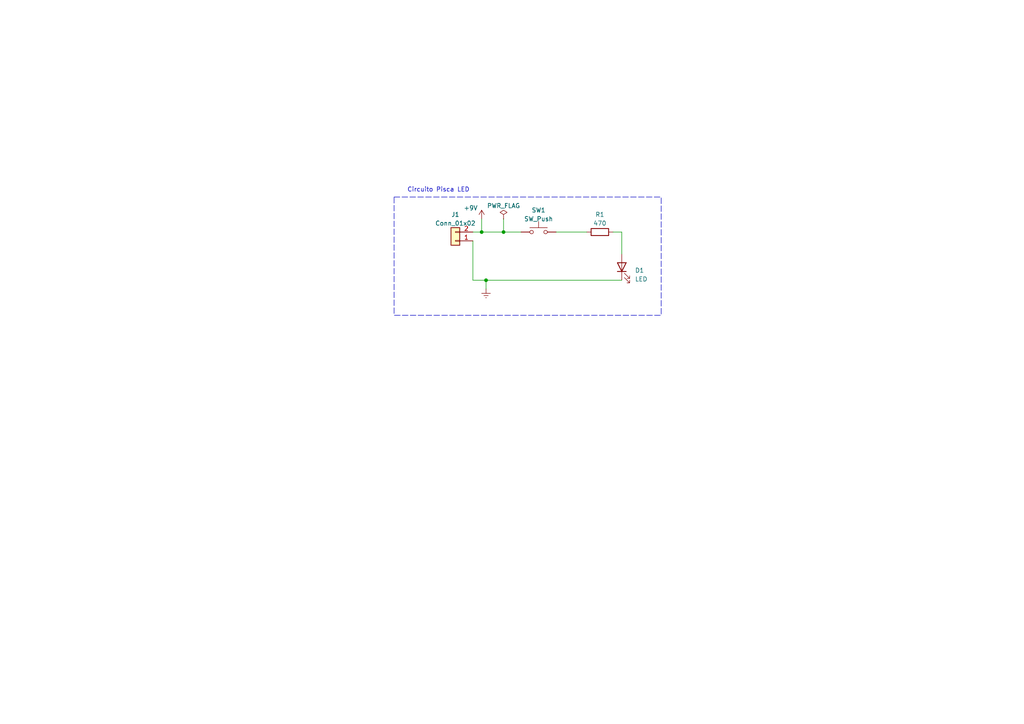
<source format=kicad_sch>
(kicad_sch (version 20230121) (generator eeschema)
  (paper "A4")
  (title_block (title "Projeto Pisca LED") (date "2023-12-27") (company "IFSP-GRU") (comment 1 "Israel R. Dutra"))
  (lib_symbols
    (symbol "Connector_Generic:Conn_01x02" (pin_names (offset 1.016) hide)
      (property "Reference" "J" (at 0 2.54 0))
      (property "Value" "Conn_01x02" (at 0 -5.08 0))
      (symbol "Conn_01x02_1_1"
        (rectangle (start -1.27 -2.413) (end 0 -2.667) (stroke (width 0.1524)))
        (rectangle (start -1.27 0.127) (end 0 -0.127) (stroke (width 0.1524)))
        (rectangle (start -1.27 1.27) (end 1.27 -3.81) (stroke (width 0.254)) (fill (type background)))
        (pin passive line (at -5.08 0 0) (length 3.81) (name "Pin_1") (number "1"))
        (pin passive line (at -5.08 -2.54 0) (length 3.81) (name "Pin_2") (number "2"))
      )
    )
    (symbol "Device:LED" (pin_numbers hide) (pin_names (offset 1.016) hide)
      (property "Reference" "D" (at 0 2.54 0))
      (property "Value" "LED" (at 0 -2.54 0))
      (symbol "LED_0_1"
        (polyline (pts (xy -1.27 -1.27) (xy -1.27 1.27)) (stroke (width 0.254)))
        (polyline (pts (xy -1.27 0) (xy 1.27 0)))
        (polyline (pts (xy 1.27 -1.27) (xy 1.27 1.27) (xy -1.27 0) (xy 1.27 -1.27)) (stroke (width 0.254)))
        (polyline (pts (xy -3.048 -0.762) (xy -4.572 -2.286) (xy -3.81 -2.286) (xy -4.572 -2.286) (xy -4.572 -1.524)))
        (polyline (pts (xy -1.778 -0.762) (xy -3.302 -2.286) (xy -2.54 -2.286) (xy -3.302 -2.286) (xy -3.302 -1.524)))
      )
      (symbol "LED_1_1"
        (pin passive line (at -3.81 0 0) (length 2.54) (name "K") (number "1"))
        (pin passive line (at 3.81 0 180) (length 2.54) (name "A") (number "2"))
      )
    )
    (symbol "Device:R" (pin_numbers hide) (pin_names (offset 0))
      (property "Reference" "R" (at 2.032 0 90))
      (property "Value" "R" (at 0 0 90))
      (symbol "R_0_1"
        (rectangle (start -1.016 -2.54) (end 1.016 2.54) (stroke (width 0.254)))
      )
      (symbol "R_1_1"
        (pin passive line (at 0 3.81 270) (length 1.27) (name "~") (number "1"))
        (pin passive line (at 0 -3.81 90) (length 1.27) (name "~") (number "2"))
      )
    )
    (symbol "Switch:SW_Push" (pin_numbers hide) (pin_names (offset 1.016) hide)
      (property "Reference" "SW" (at 1.27 2.54 0))
      (property "Value" "SW_Push" (at 0 -1.524 0))
      (symbol "SW_Push_0_1"
        (circle (center -2.032 0) (radius 0.508))
        (polyline (pts (xy 0 1.27) (xy 0 3.048)))
        (polyline (pts (xy 2.54 1.27) (xy -2.54 1.27)))
        (circle (center 2.032 0) (radius 0.508))
        (pin passive line (at -5.08 0 0) (length 2.54) (name "1") (number "1"))
        (pin passive line (at 5.08 0 180) (length 2.54) (name "2") (number "2"))
      )
    )
    (symbol "power:+9V" (power) (pin_names (offset 0))
      (property "Value" "+9V" (at 0 3.556 0))
      (symbol "+9V_0_1"
        (polyline (pts (xy -0.762 1.27) (xy 0 2.54)))
        (polyline (pts (xy 0 0) (xy 0 2.54)))
        (polyline (pts (xy 0 2.54) (xy 0.762 1.27)))
      )
      (symbol "+9V_1_1"
        (pin power_in line (at 0 0 90) (length 0) hide (name "+9V") (number "1"))
      )
    )
    (symbol "power:Earth" (power) (pin_names (offset 0))
      (symbol "Earth_0_1"
        (polyline (pts (xy -0.635 -1.905) (xy 0.635 -1.905)))
        (polyline (pts (xy -0.127 -2.54) (xy 0.127 -2.54)))
        (polyline (pts (xy 0 -1.27) (xy 0 0)))
        (polyline (pts (xy 1.27 -1.27) (xy -1.27 -1.27)))
      )
      (symbol "Earth_1_1"
        (pin power_in line (at 0 0 270) (length 0) hide (name "Earth") (number "1"))
      )
    )
    (symbol "power:PWR_FLAG" (power) (pin_numbers hide) (pin_names (offset 0) hide)
      (property "Value" "PWR_FLAG" (at 0 3.81 0))
      (symbol "PWR_FLAG_0_0"
        (pin power_out line (at 0 0 90) (length 0) (name "pwr") (number "1"))
      )
      (symbol "PWR_FLAG_0_1"
        (polyline (pts (xy 0 0) (xy 0 1.27) (xy -1.016 1.905) (xy 0 2.54) (xy 1.016 1.905) (xy 0 1.27)))
      )
    )
  )
  (junction (at 140.97 81.28))
  (junction (at 146.05 67.31))
  (junction (at 139.7 67.31))
  (wire (pts (xy 180.34 81.28) (xy 140.97 81.28)))
  (wire (pts (xy 146.05 63.5) (xy 146.05 67.31)))
  (wire (pts (xy 161.29 67.31) (xy 170.18 67.31)))
  (wire (pts (xy 137.16 67.31) (xy 139.7 67.31)))
  (wire (pts (xy 137.16 81.28) (xy 137.16 69.85)))
  (wire (pts (xy 180.34 67.31) (xy 180.34 73.66)))
  (wire (pts (xy 177.8 67.31) (xy 180.34 67.31)))
  (wire (pts (xy 140.97 81.28) (xy 140.97 83.82)))
  (wire (pts (xy 146.05 67.31) (xy 151.13 67.31)))
  (wire (pts (xy 140.97 81.28) (xy 137.16 81.28)))
  (wire (pts (xy 139.7 63.5) (xy 139.7 67.31)))
  (wire (pts (xy 139.7 67.31) (xy 146.05 67.31)))
  (rectangle (start 114.3 57.15) (end 191.77 91.44) (stroke (width 0) (type dash)))
  (text "Circuito Pisca LED\n" (at 118.11 55.88 0) (effects (font (size 1.27 1.27)) (justify left bottom)))
  (symbol (lib_id "Device:R") (at 173.99 67.31 90) (unit 1)
    (property "Reference" "R1" (at 173.99 62.23 90))
    (property "Value" "470" (at 173.99 64.77 90))
    (property "Footprint" "Resistor_THT:R_Axial_DIN0207_L6.3mm_D2.5mm_P10.16mm_Horizontal" (effects hide))
  )
  (symbol (lib_id "power:PWR_FLAG") (at 146.05 63.5 0) (unit 1)
    (property "Reference" "#FLG01" (effects hide))
    (property "Value" "PWR_FLAG" (at 146.05 59.69 0))
  )
  (symbol (lib_id "power:+9V") (at 139.7 63.5 0) (unit 1)
    (property "Reference" "#PWR01" (effects hide))
    (property "Value" "+9V" (at 136.525 60.325 0))
  )
  (symbol (lib_id "Device:LED") (at 180.34 77.47 90) (unit 1)
    (property "Reference" "D1" (at 184.15 78.4225 90) (effects (justify right)))
    (property "Value" "LED" (at 184.15 80.9625 90) (effects (justify right)))
    (property "Footprint" "LED_THT:LED_D5.0mm" (effects hide))
  )
  (symbol (lib_id "power:Earth") (at 140.97 83.82 0) (unit 1)
    (property "Reference" "#PWR02" (effects hide))
    (property "Value" "Earth" (effects hide))
  )
  (symbol (lib_id "Switch:SW_Push") (at 156.21 67.31 0) (unit 1)
    (property "Reference" "SW1" (at 156.21 60.96 0))
    (property "Value" "SW_Push" (at 156.21 63.5 0))
    (property "Footprint" "Button_Switch_THT:SW_PUSH_6mm" (effects hide))
  )
  (symbol (lib_id "Connector_Generic:Conn_01x02") (at 132.08 69.85 180) (unit 1)
    (property "Reference" "J1" (at 132.08 62.23 0))
    (property "Value" "Conn_01x02" (at 132.08 64.77 0))
    (property "Footprint" "Connector_PinSocket_2.54mm:PinSocket_1x02_P2.54mm_Vertical" (effects hide))
  )
)
</source>
